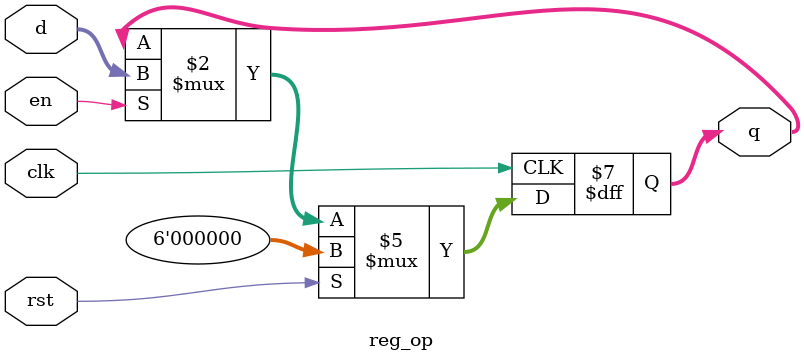
<source format=v>
module reg_op(
  input  wire       clk,   // señal de reloj
  input  wire       rst,   // reset activo-alto (sincrónico)
  input  wire       en,    // enable activo-alto
  input  wire [5:0] d,     // código de operación (opcode) de 6 bits
  output reg  [5:0] q      // salida registrada
);
  always @(posedge clk) begin
    if (rst)      
      q <= 6'd0;   // si rst=1, al próximo flanco de clk la salida se pone en 0
    else if (en)  
      q <= d;      // si rst=0 y en=1, se carga el nuevo opcode
    // si rst=0 y en=0, mantiene el valor anterior
  end
endmodule
</source>
